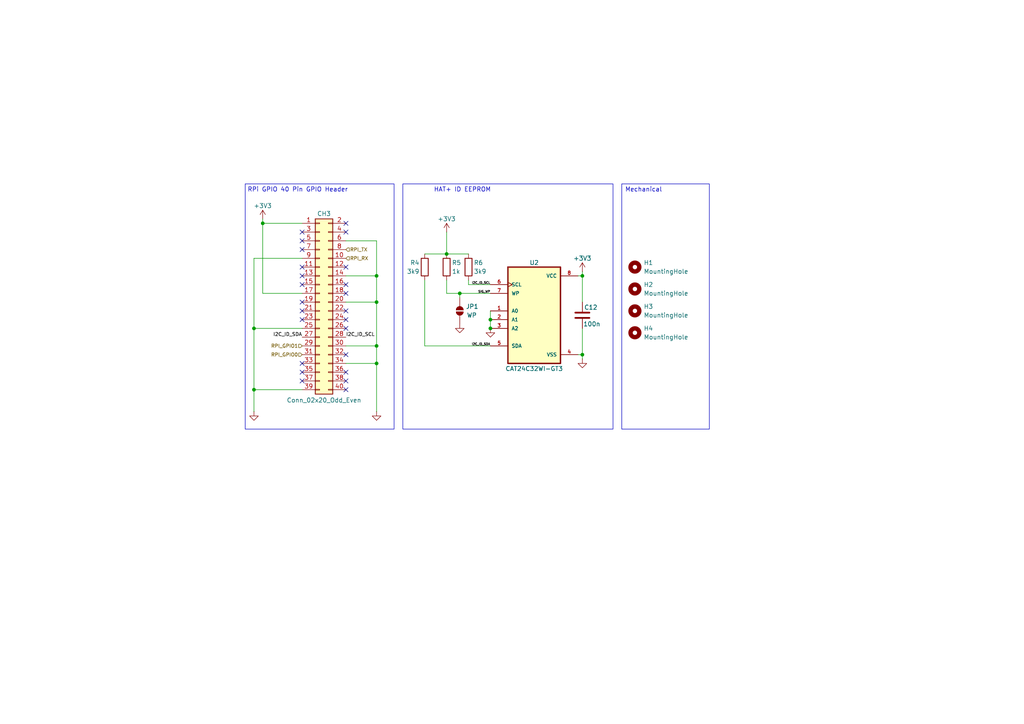
<source format=kicad_sch>
(kicad_sch (version 20250114) (generator "eeschema") (generator_version "9.0")
  (paper "A4")
  (lib_symbols
    (symbol "Connector_Generic:Conn_02x20_Odd_Even" (pin_names (offset 1.016) (hide yes))
      (property "Reference" "J" (at 1.27 25.4 0))
      (property "Value" "Conn_02x20_Odd_Even" (at 1.27 -27.94 0))
      (symbol "Conn_02x20_Odd_Even_1_1"
        (rectangle (start -1.27 24.13) (end 3.81 -26.67) (stroke (width 0.254)) (fill (type background)))
        (rectangle (start -1.27 22.987) (end 0 22.733) (stroke (width 0.1524)))
        (rectangle (start -1.27 20.447) (end 0 20.193) (stroke (width 0.1524)))
        (rectangle (start -1.27 17.907) (end 0 17.653) (stroke (width 0.1524)))
        (rectangle (start -1.27 15.367) (end 0 15.113) (stroke (width 0.1524)))
        (rectangle (start -1.27 12.827) (end 0 12.573) (stroke (width 0.1524)))
        (rectangle (start -1.27 10.287) (end 0 10.033) (stroke (width 0.1524)))
        (rectangle (start -1.27 7.747) (end 0 7.493) (stroke (width 0.1524)))
        (rectangle (start -1.27 5.207) (end 0 4.953) (stroke (width 0.1524)))
        (rectangle (start -1.27 2.667) (end 0 2.413) (stroke (width 0.1524)))
        (rectangle (start -1.27 0.127) (end 0 -0.127) (stroke (width 0.1524)))
        (rectangle (start -1.27 -2.413) (end 0 -2.667) (stroke (width 0.1524)))
        (rectangle (start -1.27 -4.953) (end 0 -5.207) (stroke (width 0.1524)))
        (rectangle (start -1.27 -7.493) (end 0 -7.747) (stroke (width 0.1524)))
        (rectangle (start -1.27 -10.033) (end 0 -10.287) (stroke (width 0.1524)))
        (rectangle (start -1.27 -12.573) (end 0 -12.827) (stroke (width 0.1524)))
        (rectangle (start -1.27 -15.113) (end 0 -15.367) (stroke (width 0.1524)))
        (rectangle (start -1.27 -17.653) (end 0 -17.907) (stroke (width 0.1524)))
        (rectangle (start -1.27 -20.193) (end 0 -20.447) (stroke (width 0.1524)))
        (rectangle (start -1.27 -22.733) (end 0 -22.987) (stroke (width 0.1524)))
        (rectangle (start -1.27 -25.273) (end 0 -25.527) (stroke (width 0.1524)))
        (rectangle (start 3.81 22.987) (end 2.54 22.733) (stroke (width 0.1524)))
        (rectangle (start 3.81 20.447) (end 2.54 20.193) (stroke (width 0.1524)))
        (rectangle (start 3.81 17.907) (end 2.54 17.653) (stroke (width 0.1524)))
        (rectangle (start 3.81 15.367) (end 2.54 15.113) (stroke (width 0.1524)))
        (rectangle (start 3.81 12.827) (end 2.54 12.573) (stroke (width 0.1524)))
        (rectangle (start 3.81 10.287) (end 2.54 10.033) (stroke (width 0.1524)))
        (rectangle (start 3.81 7.747) (end 2.54 7.493) (stroke (width 0.1524)))
        (rectangle (start 3.81 5.207) (end 2.54 4.953) (stroke (width 0.1524)))
        (rectangle (start 3.81 2.667) (end 2.54 2.413) (stroke (width 0.1524)))
        (rectangle (start 3.81 0.127) (end 2.54 -0.127) (stroke (width 0.1524)))
        (rectangle (start 3.81 -2.413) (end 2.54 -2.667) (stroke (width 0.1524)))
        (rectangle (start 3.81 -4.953) (end 2.54 -5.207) (stroke (width 0.1524)))
        (rectangle (start 3.81 -7.493) (end 2.54 -7.747) (stroke (width 0.1524)))
        (rectangle (start 3.81 -10.033) (end 2.54 -10.287) (stroke (width 0.1524)))
        (rectangle (start 3.81 -12.573) (end 2.54 -12.827) (stroke (width 0.1524)))
        (rectangle (start 3.81 -15.113) (end 2.54 -15.367) (stroke (width 0.1524)))
        (rectangle (start 3.81 -17.653) (end 2.54 -17.907) (stroke (width 0.1524)))
        (rectangle (start 3.81 -20.193) (end 2.54 -20.447) (stroke (width 0.1524)))
        (rectangle (start 3.81 -22.733) (end 2.54 -22.987) (stroke (width 0.1524)))
        (rectangle (start 3.81 -25.273) (end 2.54 -25.527) (stroke (width 0.1524)))
        (pin passive line (at -5.08 22.86 0) (length 3.81) (name "Pin_1") (number "1"))
        (pin passive line (at -5.08 20.32 0) (length 3.81) (name "Pin_3") (number "3"))
        (pin passive line (at -5.08 17.78 0) (length 3.81) (name "Pin_5") (number "5"))
        (pin passive line (at -5.08 15.24 0) (length 3.81) (name "Pin_7") (number "7"))
        (pin passive line (at -5.08 12.7 0) (length 3.81) (name "Pin_9") (number "9"))
        (pin passive line (at -5.08 10.16 0) (length 3.81) (name "Pin_11") (number "11"))
        (pin passive line (at -5.08 7.62 0) (length 3.81) (name "Pin_13") (number "13"))
        (pin passive line (at -5.08 5.08 0) (length 3.81) (name "Pin_15") (number "15"))
        (pin passive line (at -5.08 2.54 0) (length 3.81) (name "Pin_17") (number "17"))
        (pin passive line (at -5.08 0 0) (length 3.81) (name "Pin_19") (number "19"))
        (pin passive line (at -5.08 -2.54 0) (length 3.81) (name "Pin_21") (number "21"))
        (pin passive line (at -5.08 -5.08 0) (length 3.81) (name "Pin_23") (number "23"))
        (pin passive line (at -5.08 -7.62 0) (length 3.81) (name "Pin_25") (number "25"))
        (pin passive line (at -5.08 -10.16 0) (length 3.81) (name "Pin_27") (number "27"))
        (pin passive line (at -5.08 -12.7 0) (length 3.81) (name "Pin_29") (number "29"))
        (pin passive line (at -5.08 -15.24 0) (length 3.81) (name "Pin_31") (number "31"))
        (pin passive line (at -5.08 -17.78 0) (length 3.81) (name "Pin_33") (number "33"))
        (pin passive line (at -5.08 -20.32 0) (length 3.81) (name "Pin_35") (number "35"))
        (pin passive line (at -5.08 -22.86 0) (length 3.81) (name "Pin_37") (number "37"))
        (pin passive line (at -5.08 -25.4 0) (length 3.81) (name "Pin_39") (number "39"))
        (pin passive line (at 7.62 22.86 180) (length 3.81) (name "Pin_2") (number "2"))
        (pin passive line (at 7.62 20.32 180) (length 3.81) (name "Pin_4") (number "4"))
        (pin passive line (at 7.62 17.78 180) (length 3.81) (name "Pin_6") (number "6"))
        (pin passive line (at 7.62 15.24 180) (length 3.81) (name "Pin_8") (number "8"))
        (pin passive line (at 7.62 12.7 180) (length 3.81) (name "Pin_10") (number "10"))
        (pin passive line (at 7.62 10.16 180) (length 3.81) (name "Pin_12") (number "12"))
        (pin passive line (at 7.62 7.62 180) (length 3.81) (name "Pin_14") (number "14"))
        (pin passive line (at 7.62 5.08 180) (length 3.81) (name "Pin_16") (number "16"))
        (pin passive line (at 7.62 2.54 180) (length 3.81) (name "Pin_18") (number "18"))
        (pin passive line (at 7.62 0 180) (length 3.81) (name "Pin_20") (number "20"))
        (pin passive line (at 7.62 -2.54 180) (length 3.81) (name "Pin_22") (number "22"))
        (pin passive line (at 7.62 -5.08 180) (length 3.81) (name "Pin_24") (number "24"))
        (pin passive line (at 7.62 -7.62 180) (length 3.81) (name "Pin_26") (number "26"))
        (pin passive line (at 7.62 -10.16 180) (length 3.81) (name "Pin_28") (number "28"))
        (pin passive line (at 7.62 -12.7 180) (length 3.81) (name "Pin_30") (number "30"))
        (pin passive line (at 7.62 -15.24 180) (length 3.81) (name "Pin_32") (number "32"))
        (pin passive line (at 7.62 -17.78 180) (length 3.81) (name "Pin_34") (number "34"))
        (pin passive line (at 7.62 -20.32 180) (length 3.81) (name "Pin_36") (number "36"))
        (pin passive line (at 7.62 -22.86 180) (length 3.81) (name "Pin_38") (number "38"))
        (pin passive line (at 7.62 -25.4 180) (length 3.81) (name "Pin_40") (number "40"))
      )
    )
    (symbol "Device:C" (pin_numbers (hide yes)) (pin_names (offset 0.254))
      (property "Reference" "C" (at 0.635 2.54 0))
      (property "Value" "C" (at 0.635 -2.54 0))
      (symbol "C_0_1"
        (polyline (pts (xy -2.032 0.762) (xy 2.032 0.762)) (stroke (width 0.508)))
        (polyline (pts (xy -2.032 -0.762) (xy 2.032 -0.762)) (stroke (width 0.508)))
      )
      (symbol "C_1_1"
        (pin passive line (at 0 3.81 270) (length 2.794) (name "~") (number "1"))
        (pin passive line (at 0 -3.81 90) (length 2.794) (name "~") (number "2"))
      )
    )
    (symbol "Device:R" (pin_numbers (hide yes)) (pin_names (offset 0))
      (property "Reference" "R" (at 2.032 0 90))
      (property "Value" "R" (at 0 0 90))
      (symbol "R_0_1"
        (rectangle (start -1.016 -2.54) (end 1.016 2.54) (stroke (width 0.254)))
      )
      (symbol "R_1_1"
        (pin passive line (at 0 3.81 270) (length 1.27) (name "~") (number "1"))
        (pin passive line (at 0 -3.81 90) (length 1.27) (name "~") (number "2"))
      )
    )
    (symbol "Jumper:SolderJumper_2_Open" (pin_numbers (hide yes)) (pin_names (offset 0) (hide yes)) (in_bom no)
      (property "Reference" "JP" (at 0 2.032 0))
      (property "Value" "SolderJumper_2_Open" (at 0 -2.54 0))
      (symbol "SolderJumper_2_Open_0_1"
        (polyline (pts (xy -0.254 1.016) (xy -0.254 -1.016)))
        (arc (start -0.254 -1.016) (mid -1.2656 0) (end -0.254 1.016))
        (arc (start -0.254 -1.016) (mid -1.2656 0) (end -0.254 1.016) (fill (type outline)))
        (arc (start 0.254 1.016) (mid 1.2656 0) (end 0.254 -1.016))
        (arc (start 0.254 1.016) (mid 1.2656 0) (end 0.254 -1.016) (fill (type outline)))
        (polyline (pts (xy 0.254 1.016) (xy 0.254 -1.016)))
      )
      (symbol "SolderJumper_2_Open_1_1"
        (pin passive line (at -3.81 0 0) (length 2.54) (name "A") (number "1"))
        (pin passive line (at 3.81 0 180) (length 2.54) (name "B") (number "2"))
      )
    )
    (symbol "Mechanical:MountingHole" (pin_names (offset 1.016)) (in_bom no)
      (property "Reference" "H" (at 0 5.08 0))
      (property "Value" "MountingHole" (at 0 3.175 0))
      (symbol "MountingHole_0_1"
        (circle (center 0 0) (radius 1.27) (stroke (width 1.27)))
      )
    )
    (symbol "Project_lib:CAT24C32WI-GT3" (pin_names (offset 1.016))
      (property "Reference" "U" (at -7.6205 12.7008 0))
      (property "Value" "CAT24C32WI-GT3" (at -7.5948 -17.755 0))
      (symbol "CAT24C32WI-GT3_0_0"
        (rectangle (start -7.62 -15.24) (end 7.62 12.7) (stroke (width 0.4064)) (fill (type background)))
        (pin input clock (at -12.7 7.62 0) (length 5.08) (name "SCL") (number "6"))
        (pin input line (at -12.7 5.08 0) (length 5.08) (name "WP") (number "7"))
        (pin input line (at -12.7 0 0) (length 5.08) (name "A0") (number "1"))
        (pin input line (at -12.7 -2.54 0) (length 5.08) (name "A1") (number "2"))
        (pin input line (at -12.7 -5.08 0) (length 5.08) (name "A2") (number "3"))
        (pin bidirectional line (at -12.7 -10.16 0) (length 5.08) (name "SDA") (number "5"))
        (pin power_in line (at 12.7 10.16 180) (length 5.08) (name "VCC") (number "8"))
        (pin passive line (at 12.7 -12.7 180) (length 5.08) (name "VSS") (number "4"))
      )
    )
    (symbol "power:+3V3" (power) (pin_numbers (hide yes)) (pin_names (offset 0) (hide yes))
      (property "Value" "+3V3" (at 0 3.556 0))
      (symbol "+3V3_0_1"
        (polyline (pts (xy -0.762 1.27) (xy 0 2.54)))
        (polyline (pts (xy 0 2.54) (xy 0.762 1.27)))
        (polyline (pts (xy 0 0) (xy 0 2.54)))
      )
      (symbol "+3V3_1_1"
        (pin power_in line (at 0 0 90) (length 0) (name "~") (number "1"))
      )
    )
    (symbol "power:GND" (power) (pin_numbers (hide yes)) (pin_names (offset 0) (hide yes))
      (property "Value" "GND" (at 0 -3.81 0))
      (symbol "GND_0_1"
        (polyline (pts (xy 0 0) (xy 0 -1.27) (xy 1.27 -1.27) (xy 0 -2.54) (xy -1.27 -1.27) (xy 0 -1.27)))
      )
      (symbol "GND_1_1"
        (pin power_in line (at 0 0 270) (length 0) (name "~") (number "1"))
      )
    )
  )
  (rectangle (start 71.12 53.34) (end 114.3 124.46))
  (rectangle (start 180.34 53.34) (end 205.74 124.46))
  (rectangle (start 116.84 53.34) (end 177.8 124.46))
  (text "RPi GPIO 40 Pin GPIO Header" (at 86.36 55.118 0) (effects (font (size 1.27 1.27))))
  (text "HAT+ ID EEPROM" (at 134.112 55.118 0) (effects (font (size 1.27 1.27))))
  (text "Mechanical" (at 186.69 55.118 0) (effects (font (size 1.27 1.27))))
  (junction (at 73.66 95.25))
  (junction (at 73.66 113.03))
  (junction (at 168.91 80.01))
  (junction (at 109.22 87.63))
  (junction (at 109.22 80.01))
  (junction (at 142.24 92.71))
  (junction (at 133.35 85.09))
  (junction (at 168.91 102.87))
  (junction (at 109.22 100.33))
  (junction (at 129.54 73.66))
  (junction (at 142.24 95.25))
  (junction (at 109.22 105.41))
  (junction (at 76.2 64.77))
  (no_connect (at 87.63 82.55))
  (no_connect (at 87.63 105.41))
  (no_connect (at 87.63 110.49))
  (no_connect (at 87.63 92.71))
  (no_connect (at 100.33 113.03))
  (no_connect (at 100.33 107.95))
  (no_connect (at 100.33 102.87))
  (no_connect (at 87.63 87.63))
  (no_connect (at 87.63 90.17))
  (no_connect (at 100.33 95.25))
  (no_connect (at 100.33 85.09))
  (no_connect (at 100.33 90.17))
  (no_connect (at 100.33 67.31))
  (no_connect (at 87.63 72.39))
  (no_connect (at 87.63 77.47))
  (no_connect (at 100.33 77.47))
  (no_connect (at 100.33 64.77))
  (no_connect (at 87.63 69.85))
  (no_connect (at 100.33 82.55))
  (no_connect (at 100.33 110.49))
  (no_connect (at 87.63 80.01))
  (no_connect (at 100.33 92.71))
  (no_connect (at 87.63 67.31))
  (no_connect (at 87.63 107.95))
  (wire (pts (xy 129.54 67.31) (xy 129.54 73.66)))
  (wire (pts (xy 73.66 74.93) (xy 73.66 95.25)))
  (wire (pts (xy 168.91 80.01) (xy 168.91 78.74)))
  (wire (pts (xy 109.22 87.63) (xy 109.22 100.33)))
  (wire (pts (xy 73.66 95.25) (xy 87.63 95.25)))
  (wire (pts (xy 76.2 64.77) (xy 76.2 85.09)))
  (wire (pts (xy 87.63 74.93) (xy 73.66 74.93)))
  (wire (pts (xy 109.22 100.33) (xy 109.22 105.41)))
  (wire (pts (xy 168.91 102.87) (xy 167.64 102.87)))
  (wire (pts (xy 109.22 105.41) (xy 100.33 105.41)))
  (wire (pts (xy 168.91 80.01) (xy 168.91 87.63)))
  (wire (pts (xy 109.22 69.85) (xy 109.22 80.01)))
  (wire (pts (xy 142.24 90.17) (xy 142.24 92.71)))
  (wire (pts (xy 129.54 85.09) (xy 133.35 85.09)))
  (wire (pts (xy 109.22 119.38) (xy 109.22 105.41)))
  (wire (pts (xy 135.89 82.55) (xy 135.89 81.28)))
  (wire (pts (xy 100.33 80.01) (xy 109.22 80.01)))
  (wire (pts (xy 123.19 73.66) (xy 129.54 73.66)))
  (wire (pts (xy 168.91 95.25) (xy 168.91 102.87)))
  (wire (pts (xy 100.33 87.63) (xy 109.22 87.63)))
  (wire (pts (xy 133.35 85.09) (xy 142.24 85.09)))
  (wire (pts (xy 133.35 85.09) (xy 133.35 86.36)))
  (wire (pts (xy 167.64 80.01) (xy 168.91 80.01)))
  (wire (pts (xy 129.54 81.28) (xy 129.54 85.09)))
  (wire (pts (xy 76.2 63.5) (xy 76.2 64.77)))
  (wire (pts (xy 100.33 100.33) (xy 109.22 100.33)))
  (wire (pts (xy 135.89 82.55) (xy 142.24 82.55)))
  (wire (pts (xy 73.66 119.38) (xy 73.66 113.03)))
  (wire (pts (xy 168.91 104.14) (xy 168.91 102.87)))
  (wire (pts (xy 73.66 95.25) (xy 73.66 113.03)))
  (wire (pts (xy 129.54 73.66) (xy 135.89 73.66)))
  (wire (pts (xy 76.2 85.09) (xy 87.63 85.09)))
  (wire (pts (xy 76.2 64.77) (xy 87.63 64.77)))
  (wire (pts (xy 73.66 113.03) (xy 87.63 113.03)))
  (wire (pts (xy 109.22 80.01) (xy 109.22 87.63)))
  (wire (pts (xy 142.24 92.71) (xy 142.24 95.25)))
  (wire (pts (xy 100.33 69.85) (xy 109.22 69.85)))
  (wire (pts (xy 123.19 100.33) (xy 142.24 100.33)))
  (wire (pts (xy 123.19 100.33) (xy 123.19 81.28)))
  (label "I2C_ID_SDA" (at 142.24 100.33 180) (effects (font (size 0.64 0.64))))
  (label "SIG_WP" (at 142.24 85.09 180) (effects (font (size 0.64 0.64))))
  (label "I2C_ID_SCL" (at 142.24 82.55 180) (effects (font (size 0.64 0.64))))
  (label "I2C_ID_SDA" (at 87.63 97.79 180) (effects (font (size 1 1))))
  (label "I2C_ID_SCL" (at 100.33 97.79 0) (effects (font (size 1 1))))
  (hierarchical_label "RPI_RX" (shape input) (at 100.33 74.93 0) (effects (font (size 1 1))))
  (hierarchical_label "RPI_TX" (shape input) (at 100.33 72.39 0) (effects (font (size 1 1))))
  (hierarchical_label "RPI_GPIO1" (shape input) (at 87.63 100.33 180) (effects (font (size 1 1))))
  (hierarchical_label "RPI_GPIO0" (shape input) (at 87.63 102.87 180) (effects (font (size 1 1))))
  (symbol (lib_id "Mechanical:MountingHole") (at 184.15 96.52 0) (unit 1) (in_bom no)
    (property "Reference" "H4" (at 186.69 95.2499 0) (effects (justify left)))
    (property "Value" "MountingHole" (at 186.69 97.7899 0) (effects (justify left)))
    (property "Footprint" "anchor_node_library:RPi_mounting_holes" (effects (hide yes)))
    (property "Description" "Mounting Hole without connection" (effects (hide yes)))
  )
  (symbol (lib_id "Mechanical:MountingHole") (at 184.15 77.47 0) (unit 1) (in_bom no)
    (property "Reference" "H1" (at 186.69 76.1999 0) (effects (justify left)))
    (property "Value" "MountingHole" (at 186.69 78.7399 0) (effects (justify left)))
    (property "Footprint" "anchor_node_library:RPi_mounting_holes" (effects (hide yes)))
    (property "Description" "Mounting Hole without connection" (effects (hide yes)))
  )
  (symbol (lib_id "Connector_Generic:Conn_02x20_Odd_Even") (at 92.71 87.63 0) (unit 1)
    (property "Reference" "CH3" (at 93.98 61.976 0))
    (property "Value" "Conn_02x20_Odd_Even" (at 93.98 116.078 0))
    (property "Footprint" "Connector_PinHeader_2.54mm:PinHeader_2x20_P2.54mm_Vertical" (effects (hide yes)))
    (property "Datasheet" "2222" (effects (hide yes)))
    (property "Description" "GPIO FEMALE HEADER RASPBERRY PI" (effects (hide yes)))
  )
  (symbol (lib_id "Device:R") (at 135.89 77.47 0) (unit 1)
    (property "Reference" "R6" (at 137.414 76.2 0) (effects (justify left)))
    (property "Value" "3k9" (at 137.414 78.74 0) (effects (justify left)))
    (property "Footprint" "Resistor_SMD:R_0402_1005Metric" (effects (hide yes)))
    (property "Datasheet" "RC0402JR-073K9L" (effects (hide yes)))
    (property "Description" "Resistor" (effects (hide yes)))
  )
  (symbol (lib_id "Mechanical:MountingHole") (at 184.15 90.17 0) (unit 1) (in_bom no)
    (property "Reference" "H3" (at 186.69 88.8999 0) (effects (justify left)))
    (property "Value" "MountingHole" (at 186.69 91.4399 0) (effects (justify left)))
    (property "Footprint" "anchor_node_library:RPi_mounting_holes" (effects (hide yes)))
    (property "Description" "Mounting Hole without connection" (effects (hide yes)))
  )
  (symbol (lib_id "Jumper:SolderJumper_2_Open") (at 133.35 90.17 90) (unit 1) (in_bom no)
    (property "Reference" "JP1" (at 135.128 88.9 90) (effects (justify right)))
    (property "Value" "WP" (at 135.382 91.44 90) (effects (justify right)))
    (property "Footprint" "Resistor_SMD:R_0805_2012Metric" (effects (hide yes)))
    (property "Description" "Solder Jumper, 2-pole, open" (effects (hide yes)))
  )
  (symbol (lib_id "power:GND") (at 133.35 93.98 0) (unit 1)
    (property "Reference" "#PWR023" (effects (hide yes)))
    (property "Value" "GND" (effects (hide yes)))
    (property "Description" "Power symbol creates a global label with name \"GND\" , ground" (effects (hide yes)))
  )
  (symbol (lib_id "Device:R") (at 123.19 77.47 0) (mirror y) (unit 1)
    (property "Reference" "R4" (at 121.666 76.2 0) (effects (justify left)))
    (property "Value" "3k9" (at 121.666 78.74 0) (effects (justify left)))
    (property "Footprint" "Resistor_SMD:R_0402_1005Metric" (effects (hide yes)))
    (property "Datasheet" "RC0402JR-073K9L" (effects (hide yes)))
    (property "Description" "Resistor" (effects (hide yes)))
  )
  (symbol (lib_id "Project_lib:CAT24C32WI-GT3") (at 154.94 90.17 0) (unit 1)
    (property "Reference" "U2" (at 154.94 76.2 0))
    (property "Value" "CAT24C32WI-GT3" (at 154.94 106.934 0))
    (property "Footprint" "project_lib:SOIC127P600X175-8N" (effects (hide yes)))
    (property "Datasheet" "CAT24C32WI-GT3" (effects (hide yes)))
    (property "MANUFACTURER" "ON Semiconductor" (effects (hide yes)))
  )
  (symbol (lib_id "Device:R") (at 129.54 77.47 0) (unit 1)
    (property "Reference" "R5" (at 131.064 76.2 0) (effects (justify left)))
    (property "Value" "1k" (at 131.064 78.74 0) (effects (justify left)))
    (property "Footprint" "Resistor_SMD:R_0402_1005Metric" (effects (hide yes)))
    (property "Datasheet" "RC0402JR-071KL" (effects (hide yes)))
    (property "Description" "Resistor" (effects (hide yes)))
  )
  (symbol (lib_id "Device:C") (at 168.91 91.44 0) (unit 1)
    (property "Reference" "C12" (at 169.418 89.154 0) (effects (justify left)))
    (property "Value" "100n" (at 169.164 93.98 0) (effects (justify left)))
    (property "Footprint" "Capacitor_SMD:C_0402_1005Metric" (effects (hide yes)))
    (property "Datasheet" "CL05B104KP5NNNC" (effects (hide yes)))
    (property "Description" "Unpolarized capacitor" (effects (hide yes)))
  )
  (symbol (lib_id "power:GND") (at 109.22 119.38 0) (unit 1)
    (property "Reference" "#PWR021" (effects (hide yes)))
    (property "Value" "GND" (effects (hide yes)))
    (property "Description" "Power symbol creates a global label with name \"GND\" , ground" (effects (hide yes)))
  )
  (symbol (lib_id "power:+3V3") (at 168.91 78.74 0) (unit 1)
    (property "Reference" "#PWR025" (effects (hide yes)))
    (property "Value" "+3V3" (at 168.91 74.93 0))
    (property "Description" "Power symbol creates a global label with name \"+3V3\"" (effects (hide yes)))
  )
  (symbol (lib_id "Mechanical:MountingHole") (at 184.15 83.82 0) (unit 1) (in_bom no)
    (property "Reference" "H2" (at 186.69 82.5499 0) (effects (justify left)))
    (property "Value" "MountingHole" (at 186.69 85.0899 0) (effects (justify left)))
    (property "Footprint" "anchor_node_library:RPi_mounting_holes" (effects (hide yes)))
    (property "Description" "Mounting Hole without connection" (effects (hide yes)))
  )
  (symbol (lib_id "power:+3V3") (at 76.2 63.5 0) (unit 1)
    (property "Reference" "#PWR019" (effects (hide yes)))
    (property "Value" "+3V3" (at 76.2 59.69 0))
    (property "Description" "Power symbol creates a global label with name \"+3V3\"" (effects (hide yes)))
  )
  (symbol (lib_id "power:GND") (at 73.66 119.38 0) (mirror y) (unit 1)
    (property "Reference" "#PWR020" (effects (hide yes)))
    (property "Value" "GND" (effects (hide yes)))
    (property "Description" "Power symbol creates a global label with name \"GND\" , ground" (effects (hide yes)))
  )
  (symbol (lib_id "power:GND") (at 168.91 104.14 0) (unit 1)
    (property "Reference" "#PWR026" (effects (hide yes)))
    (property "Value" "GND" (effects (hide yes)))
    (property "Description" "Power symbol creates a global label with name \"GND\" , ground" (effects (hide yes)))
  )
  (symbol (lib_id "power:GND") (at 142.24 95.25 0) (unit 1)
    (property "Reference" "#PWR024" (effects (hide yes)))
    (property "Value" "GND" (effects (hide yes)))
    (property "Description" "Power symbol creates a global label with name \"GND\" , ground" (effects (hide yes)))
  )
  (symbol (lib_id "power:+3V3") (at 129.54 67.31 0) (unit 1)
    (property "Reference" "#PWR022" (effects (hide yes)))
    (property "Value" "+3V3" (at 129.54 63.5 0))
    (property "Description" "Power symbol creates a global label with name \"+3V3\"" (effects (hide yes)))
  )
)
</source>
